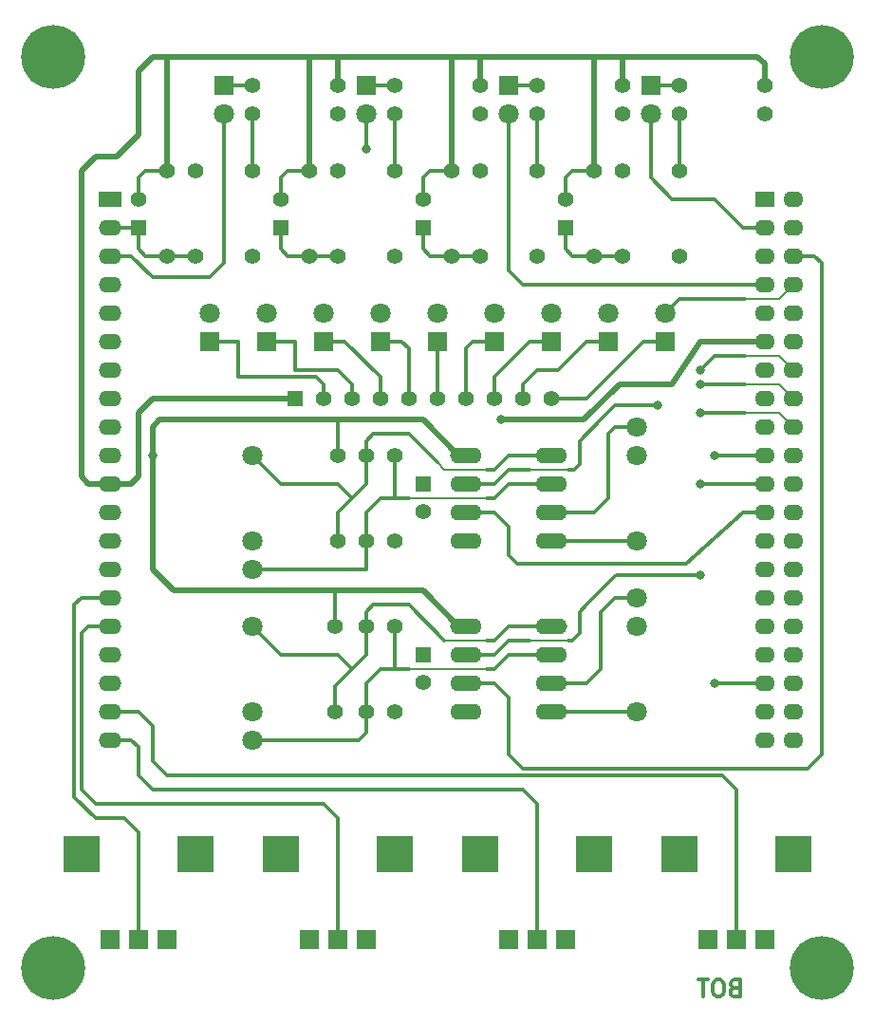
<source format=gbl>
G04 #@! TF.FileFunction,Copper,L2,Bot,Signal*
%FSLAX46Y46*%
G04 Gerber Fmt 4.6, Leading zero omitted, Abs format (unit mm)*
G04 Created by KiCad (PCBNEW 4.0.7) date 05/12/18 22:47:13*
%MOMM*%
%LPD*%
G01*
G04 APERTURE LIST*
%ADD10C,0.100000*%
%ADD11C,0.300000*%
%ADD12R,1.400000X1.400000*%
%ADD13C,1.400000*%
%ADD14R,1.800000X1.800000*%
%ADD15C,1.800000*%
%ADD16O,2.800000X1.400000*%
%ADD17R,1.800000X1.400000*%
%ADD18O,1.800000X1.400000*%
%ADD19R,2.000000X1.400000*%
%ADD20O,2.000000X1.400000*%
%ADD21R,3.200000X3.200000*%
%ADD22C,5.700000*%
%ADD23C,0.800000*%
%ADD24C,0.500000*%
%ADD25C,0.200000*%
G04 APERTURE END LIST*
D10*
D11*
X64623000Y2012143D02*
X64408714Y1940714D01*
X64337286Y1869286D01*
X64265857Y1726429D01*
X64265857Y1512143D01*
X64337286Y1369286D01*
X64408714Y1297857D01*
X64551572Y1226429D01*
X65123000Y1226429D01*
X65123000Y2726429D01*
X64623000Y2726429D01*
X64480143Y2655000D01*
X64408714Y2583571D01*
X64337286Y2440714D01*
X64337286Y2297857D01*
X64408714Y2155000D01*
X64480143Y2083571D01*
X64623000Y2012143D01*
X65123000Y2012143D01*
X63337286Y2726429D02*
X63051572Y2726429D01*
X62908714Y2655000D01*
X62765857Y2512143D01*
X62694429Y2226429D01*
X62694429Y1726429D01*
X62765857Y1440714D01*
X62908714Y1297857D01*
X63051572Y1226429D01*
X63337286Y1226429D01*
X63480143Y1297857D01*
X63623000Y1440714D01*
X63694429Y1726429D01*
X63694429Y2226429D01*
X63623000Y2512143D01*
X63480143Y2655000D01*
X63337286Y2726429D01*
X62265857Y2726429D02*
X61408714Y2726429D01*
X61837285Y1226429D02*
X61837285Y2726429D01*
D12*
X36830000Y31750000D03*
D13*
X36830000Y29250000D03*
D12*
X36830000Y46990000D03*
D13*
X36830000Y44490000D03*
X16510000Y74930000D03*
X21590000Y74930000D03*
X16510000Y67310000D03*
X21590000Y67310000D03*
X29210000Y74930000D03*
X34290000Y74930000D03*
X29210000Y67310000D03*
X34290000Y67310000D03*
X41910000Y74930000D03*
X46990000Y74930000D03*
X41910000Y67310000D03*
X46990000Y67310000D03*
X54610000Y74930000D03*
X59690000Y74930000D03*
X54610000Y67310000D03*
X59690000Y67310000D03*
D14*
X22860000Y59690000D03*
D15*
X22860000Y62230000D03*
D14*
X19050000Y82550000D03*
D15*
X19050000Y80010000D03*
D14*
X31750000Y82550000D03*
D15*
X31750000Y80010000D03*
D14*
X44450000Y82550000D03*
D15*
X44450000Y80010000D03*
D14*
X57150000Y82550000D03*
D15*
X57150000Y80010000D03*
D14*
X17780000Y59690000D03*
D15*
X17780000Y62230000D03*
D14*
X27940000Y59690000D03*
D15*
X27940000Y62230000D03*
D14*
X33020000Y59690000D03*
D15*
X33020000Y62230000D03*
D14*
X38100000Y59690000D03*
D15*
X38100000Y62230000D03*
D14*
X43180000Y59690000D03*
D15*
X43180000Y62230000D03*
D14*
X48260000Y59690000D03*
D15*
X48260000Y62230000D03*
D14*
X53340000Y59690000D03*
D15*
X53340000Y62230000D03*
D14*
X58420000Y59690000D03*
D15*
X58420000Y62230000D03*
D12*
X25400000Y54610000D03*
D13*
X27940000Y54610000D03*
X30480000Y54610000D03*
X33020000Y54610000D03*
X35560000Y54610000D03*
X38100000Y54610000D03*
X40640000Y54610000D03*
X43180000Y54610000D03*
X45720000Y54610000D03*
X48260000Y54610000D03*
D16*
X40640000Y34290000D03*
X40640000Y31750000D03*
X40640000Y29210000D03*
X40640000Y26670000D03*
X48260000Y26670000D03*
X48260000Y29210000D03*
X48260000Y31750000D03*
X48260000Y34290000D03*
X40640000Y49530000D03*
X40640000Y46990000D03*
X40640000Y44450000D03*
X40640000Y41910000D03*
X48260000Y41910000D03*
X48260000Y44450000D03*
X48260000Y46990000D03*
X48260000Y49530000D03*
D12*
X49530000Y69850000D03*
D13*
X49530000Y72350000D03*
D12*
X36830000Y69850000D03*
D13*
X36830000Y72350000D03*
D12*
X24130000Y69850000D03*
D13*
X24130000Y72350000D03*
D12*
X11430000Y69850000D03*
D13*
X11430000Y72350000D03*
X34290000Y34290000D03*
X34290000Y26670000D03*
X31750000Y34290000D03*
X31750000Y26670000D03*
X28956000Y34290000D03*
X28956000Y26670000D03*
X59690000Y82550000D03*
X67310000Y82550000D03*
X46990000Y82550000D03*
X54610000Y82550000D03*
X34290000Y82550000D03*
X41910000Y82550000D03*
X21590000Y82550000D03*
X29210000Y82550000D03*
X34290000Y49530000D03*
X34290000Y41910000D03*
X31750000Y49530000D03*
X31750000Y41910000D03*
X29210000Y49530000D03*
X29210000Y41910000D03*
X52070000Y67310000D03*
X52070000Y74930000D03*
X39370000Y67310000D03*
X39370000Y74930000D03*
X26670000Y67310000D03*
X26670000Y74930000D03*
X13970000Y67310000D03*
X13970000Y74930000D03*
X67310000Y80010000D03*
X59690000Y80010000D03*
X54610000Y80010000D03*
X46990000Y80010000D03*
X41910000Y80010000D03*
X34290000Y80010000D03*
X29210000Y80010000D03*
X21590000Y80010000D03*
D15*
X21590000Y41910000D03*
X21590000Y39370000D03*
X21590000Y49530000D03*
X55880000Y49530000D03*
X55880000Y52070000D03*
X55880000Y41910000D03*
X21590000Y26670000D03*
X21590000Y24130000D03*
X21590000Y34290000D03*
X55880000Y34290000D03*
X55880000Y36830000D03*
X55880000Y26670000D03*
D17*
X67310000Y72390000D03*
D18*
X69850000Y72390000D03*
X67310000Y69850000D03*
X69850000Y69850000D03*
X67310000Y67310000D03*
X69850000Y67310000D03*
X67310000Y64770000D03*
X69850000Y64770000D03*
X67310000Y62230000D03*
X69850000Y62230000D03*
X67310000Y59690000D03*
X69850000Y59690000D03*
X67310000Y57150000D03*
X69850000Y57150000D03*
X67310000Y54610000D03*
X69850000Y54610000D03*
X67310000Y52070000D03*
X69850000Y52070000D03*
X67310000Y49530000D03*
X69850000Y49530000D03*
X67310000Y46990000D03*
X69850000Y46990000D03*
X67310000Y44450000D03*
X69850000Y44450000D03*
X67310000Y41910000D03*
X69850000Y41910000D03*
X67310000Y39370000D03*
X69850000Y39370000D03*
X67310000Y36830000D03*
X69850000Y36830000D03*
X67310000Y34290000D03*
X69850000Y34290000D03*
X67310000Y31750000D03*
X69850000Y31750000D03*
X67310000Y29210000D03*
X69850000Y29210000D03*
X67310000Y26670000D03*
X69850000Y26670000D03*
X67310000Y24130000D03*
X69850000Y24130000D03*
D19*
X8890000Y72390000D03*
D20*
X8890000Y69850000D03*
X8890000Y67310000D03*
X8890000Y64770000D03*
X8890000Y62230000D03*
X8890000Y59690000D03*
X8890000Y57150000D03*
X8890000Y54610000D03*
X8890000Y52070000D03*
X8890000Y49530000D03*
X8890000Y46990000D03*
X8890000Y44450000D03*
X8890000Y41910000D03*
X8890000Y39370000D03*
X8890000Y36830000D03*
X8890000Y34290000D03*
X8890000Y31750000D03*
X8890000Y29210000D03*
X8890000Y26670000D03*
X8890000Y24130000D03*
D14*
X64770000Y6350000D03*
X62230000Y6350000D03*
X67310000Y6350000D03*
D21*
X59690000Y13970000D03*
X69850000Y13970000D03*
D14*
X46990000Y6350000D03*
X44450000Y6350000D03*
X49530000Y6350000D03*
D21*
X41910000Y13970000D03*
X52070000Y13970000D03*
D14*
X29210000Y6350000D03*
X26670000Y6350000D03*
X31750000Y6350000D03*
D21*
X24130000Y13970000D03*
X34290000Y13970000D03*
D14*
X11430000Y6350000D03*
X8890000Y6350000D03*
X13970000Y6350000D03*
D21*
X6350000Y13970000D03*
X16510000Y13970000D03*
D22*
X3810000Y3810000D03*
X72390000Y3810000D03*
X3810000Y85090000D03*
X72390000Y85090000D03*
D23*
X31750000Y76835000D03*
X62865000Y49530000D03*
X61595000Y53340000D03*
X61595000Y55880000D03*
X61595000Y57150000D03*
X12700000Y49530000D03*
X43815000Y52705000D03*
X61595000Y38862000D03*
X61595000Y46990000D03*
X62865000Y29210000D03*
X57785000Y53975000D03*
D11*
X11430000Y69850000D02*
X8890000Y69850000D01*
X11430000Y67945000D02*
X12065000Y67310000D01*
X13970000Y67310000D02*
X12065000Y67310000D01*
X11430000Y67945000D02*
X11430000Y69850000D01*
X16510000Y67310000D02*
X13970000Y67310000D01*
D24*
X11430000Y78105000D02*
X9525000Y76200000D01*
X6985000Y46990000D02*
X6350000Y47625000D01*
X6350000Y74930000D02*
X7620000Y76200000D01*
X6350000Y47625000D02*
X6350000Y74930000D01*
D11*
X50165000Y74930000D02*
X49530000Y74295000D01*
X37465000Y74930000D02*
X36830000Y74295000D01*
X24765000Y74930000D02*
X24130000Y74295000D01*
X12065000Y74930000D02*
X11430000Y74295000D01*
D24*
X9525000Y76200000D02*
X7620000Y76200000D01*
X12700000Y85090000D02*
X11430000Y83820000D01*
X11430000Y83820000D02*
X11430000Y81280000D01*
X12700000Y85090000D02*
X13970000Y85090000D01*
X11430000Y81280000D02*
X11430000Y78105000D01*
X67310000Y84455000D02*
X66675000Y85090000D01*
X10795000Y46990000D02*
X11430000Y47625000D01*
X12700000Y54610000D02*
X11430000Y53340000D01*
X15240000Y54610000D02*
X12700000Y54610000D01*
X11430000Y53340000D02*
X11430000Y47625000D01*
X15240000Y54610000D02*
X25400000Y54610000D01*
X8890000Y46990000D02*
X6985000Y46990000D01*
X8890000Y46990000D02*
X10795000Y46990000D01*
D11*
X52070000Y74930000D02*
X50165000Y74930000D01*
X49530000Y74295000D02*
X49530000Y72350000D01*
X39370000Y74930000D02*
X37465000Y74930000D01*
X36830000Y74295000D02*
X36830000Y72350000D01*
X26670000Y74930000D02*
X24765000Y74930000D01*
X24130000Y74295000D02*
X24130000Y72350000D01*
X13970000Y74930000D02*
X12065000Y74930000D01*
X11430000Y74295000D02*
X11430000Y72350000D01*
D24*
X52070000Y85090000D02*
X52070000Y74930000D01*
X39370000Y85090000D02*
X39370000Y74930000D01*
X26670000Y85090000D02*
X26670000Y74930000D01*
X13970000Y85090000D02*
X13970000Y74930000D01*
X29210000Y85090000D02*
X26670000Y85090000D01*
X26670000Y85090000D02*
X13970000Y85090000D01*
X54610000Y85090000D02*
X66675000Y85090000D01*
X67310000Y84455000D02*
X67310000Y82550000D01*
X41910000Y85090000D02*
X52070000Y85090000D01*
X52070000Y85090000D02*
X54610000Y85090000D01*
X54610000Y85090000D02*
X54610000Y82550000D01*
X29210000Y82550000D02*
X29210000Y85090000D01*
X41910000Y85090000D02*
X41910000Y82550000D01*
X29210000Y85090000D02*
X39370000Y85090000D01*
X39370000Y85090000D02*
X41910000Y85090000D01*
D11*
X24130000Y67945000D02*
X24765000Y67310000D01*
X26670000Y67310000D02*
X24765000Y67310000D01*
X24130000Y67945000D02*
X24130000Y69850000D01*
X29210000Y67310000D02*
X26670000Y67310000D01*
X36830000Y67945000D02*
X37465000Y67310000D01*
X39370000Y67310000D02*
X37465000Y67310000D01*
X36830000Y67945000D02*
X36830000Y69850000D01*
X41910000Y67310000D02*
X39370000Y67310000D01*
X49530000Y67945000D02*
X50165000Y67310000D01*
X52070000Y67310000D02*
X50165000Y67310000D01*
X49530000Y67945000D02*
X49530000Y69850000D01*
X54610000Y67310000D02*
X52070000Y67310000D01*
X21590000Y82550000D02*
X19050000Y82550000D01*
X19050000Y66675000D02*
X17780000Y65405000D01*
X19050000Y80010000D02*
X19050000Y66675000D01*
X10795000Y67310000D02*
X8890000Y67310000D01*
X12700000Y65405000D02*
X10795000Y67310000D01*
X17780000Y65405000D02*
X12700000Y65405000D01*
X34290000Y82550000D02*
X31750000Y82550000D01*
X31750000Y80010000D02*
X31750000Y76835000D01*
X46990000Y82550000D02*
X44450000Y82550000D01*
X45720000Y64770000D02*
X44450000Y66040000D01*
X67310000Y64770000D02*
X45720000Y64770000D01*
X44450000Y66040000D02*
X44450000Y80010000D01*
X66675000Y64770000D02*
X67310000Y64770000D01*
X59690000Y82550000D02*
X57150000Y82550000D01*
X57150000Y74295000D02*
X59055000Y72390000D01*
X62865000Y72390000D02*
X65405000Y69850000D01*
X57150000Y80010000D02*
X57150000Y74295000D01*
X59055000Y72390000D02*
X62865000Y72390000D01*
X65405000Y69850000D02*
X67310000Y69850000D01*
X27940000Y54610000D02*
X27940000Y55880000D01*
X20320000Y59690000D02*
X17780000Y59690000D01*
X27940000Y55880000D02*
X27305000Y56515000D01*
X20320000Y59690000D02*
X20320000Y56515000D01*
X20320000Y56515000D02*
X27305000Y56515000D01*
X22860000Y59690000D02*
X25400000Y59690000D01*
X30480000Y55880000D02*
X30480000Y54610000D01*
X29210000Y57150000D02*
X30480000Y55880000D01*
X25400000Y57150000D02*
X29210000Y57150000D01*
X25400000Y59690000D02*
X25400000Y57150000D01*
X27940000Y59690000D02*
X29845000Y59690000D01*
X33020000Y56515000D02*
X33020000Y54610000D01*
X29845000Y59690000D02*
X33020000Y56515000D01*
X33020000Y59690000D02*
X34925000Y59690000D01*
X35560000Y59055000D02*
X35560000Y54610000D01*
X34925000Y59690000D02*
X35560000Y59055000D01*
X38100000Y59690000D02*
X38100000Y54610000D01*
X62865000Y49530000D02*
X67310000Y49530000D01*
X43180000Y59690000D02*
X41275000Y59690000D01*
X40640000Y59055000D02*
X40640000Y54610000D01*
X41275000Y59690000D02*
X40640000Y59055000D01*
D25*
X68580000Y53340000D02*
X65532000Y53340000D01*
D11*
X65532000Y53340000D02*
X61595000Y53340000D01*
D25*
X69850000Y52070000D02*
X68580000Y53340000D01*
D11*
X48260000Y59690000D02*
X46355000Y59690000D01*
X43180000Y56515000D02*
X43180000Y54610000D01*
X46355000Y59690000D02*
X43180000Y56515000D01*
D25*
X69850000Y54610000D02*
X68580000Y55880000D01*
D11*
X61595000Y55880000D02*
X65532000Y55880000D01*
D25*
X65532000Y55880000D02*
X68580000Y55880000D01*
D11*
X53340000Y59690000D02*
X51435000Y59690000D01*
X45720000Y55880000D02*
X45720000Y54610000D01*
X46990000Y57150000D02*
X45720000Y55880000D01*
X48895000Y57150000D02*
X46990000Y57150000D01*
X51435000Y59690000D02*
X48895000Y57150000D01*
D25*
X68580000Y58420000D02*
X69850000Y57150000D01*
D11*
X62865000Y58420000D02*
X65532000Y58420000D01*
D25*
X65532000Y58420000D02*
X68580000Y58420000D01*
D11*
X61595000Y57150000D02*
X62865000Y58420000D01*
X58420000Y59690000D02*
X56515000Y59690000D01*
X51435000Y54610000D02*
X48260000Y54610000D01*
X56515000Y59690000D02*
X51435000Y54610000D01*
D25*
X68580000Y63500000D02*
X69850000Y64770000D01*
D11*
X59690000Y63500000D02*
X65532000Y63500000D01*
D25*
X65532000Y63500000D02*
X68580000Y63500000D01*
D11*
X58420000Y62230000D02*
X59690000Y63500000D01*
D24*
X14605000Y37465000D02*
X12700000Y39370000D01*
X36195000Y37465000D02*
X36830000Y37465000D01*
X36830000Y37465000D02*
X40005000Y34290000D01*
X40005000Y34290000D02*
X40640000Y34290000D01*
X36195000Y52705000D02*
X36830000Y52705000D01*
X36830000Y52705000D02*
X40005000Y49530000D01*
X40005000Y49530000D02*
X40640000Y49530000D01*
D11*
X28956000Y34290000D02*
X28956000Y37465000D01*
X28956000Y37465000D02*
X29210000Y37465000D01*
X40640000Y34290000D02*
X39370000Y34290000D01*
D24*
X36195000Y37465000D02*
X29210000Y37465000D01*
X29210000Y37465000D02*
X14605000Y37465000D01*
X29210000Y52705000D02*
X36195000Y52705000D01*
D11*
X39370000Y49530000D02*
X40640000Y49530000D01*
D24*
X13335000Y52705000D02*
X12700000Y52070000D01*
X12700000Y52070000D02*
X12700000Y49530000D01*
X13335000Y52705000D02*
X29210000Y52705000D01*
X12700000Y39370000D02*
X12700000Y49530000D01*
D11*
X29210000Y49530000D02*
X29210000Y52705000D01*
D24*
X59055000Y55880000D02*
X61595000Y59690000D01*
X67310000Y59690000D02*
X62230000Y59690000D01*
X61595000Y59690000D02*
X62230000Y59690000D01*
X43815000Y52705000D02*
X50165000Y52705000D01*
X50165000Y52705000D02*
X51181000Y52705000D01*
X54356000Y55880000D02*
X51181000Y52705000D01*
X54610000Y55880000D02*
X54356000Y55880000D01*
X58420000Y55880000D02*
X54610000Y55880000D01*
X59055000Y55880000D02*
X58420000Y55880000D01*
D11*
X49784000Y33020000D02*
X50165000Y33020000D01*
X51435000Y36195000D02*
X50800000Y35560000D01*
X50165000Y33020000D02*
X50800000Y33655000D01*
X51435000Y36195000D02*
X53975000Y38735000D01*
X54102000Y38862000D02*
X53975000Y38735000D01*
X55245000Y38862000D02*
X54102000Y38862000D01*
X50800000Y35560000D02*
X50800000Y33655000D01*
X44450000Y33020000D02*
X46355000Y33020000D01*
X43180000Y31750000D02*
X40640000Y31750000D01*
X43180000Y31750000D02*
X44450000Y33020000D01*
D25*
X46355000Y33020000D02*
X49784000Y33020000D01*
D11*
X54991000Y38862000D02*
X55245000Y38862000D01*
X55245000Y38862000D02*
X61595000Y38862000D01*
X67310000Y46990000D02*
X61595000Y46990000D01*
X50292000Y48260000D02*
X50800000Y48768000D01*
X49784000Y48260000D02*
X50292000Y48260000D01*
X50292000Y48260000D02*
X50165000Y48260000D01*
X62865000Y29210000D02*
X67310000Y29210000D01*
X57785000Y53975000D02*
X56515000Y53975000D01*
X52705000Y52705000D02*
X53975000Y53975000D01*
X50800000Y50800000D02*
X52705000Y52705000D01*
X53975000Y53975000D02*
X56515000Y53975000D01*
X50800000Y50800000D02*
X50800000Y48768000D01*
X44450000Y48260000D02*
X46355000Y48260000D01*
X40640000Y46990000D02*
X43180000Y46990000D01*
X43180000Y46990000D02*
X44450000Y48260000D01*
D25*
X46355000Y48260000D02*
X49784000Y48260000D01*
X49784000Y48260000D02*
X50165000Y48260000D01*
D11*
X34290000Y45720000D02*
X34925000Y45720000D01*
X34925000Y45720000D02*
X35560000Y45720000D01*
D25*
X35560000Y45720000D02*
X42545000Y45720000D01*
D11*
X42545000Y45720000D02*
X43180000Y45720000D01*
X43180000Y45720000D02*
X44450000Y46990000D01*
X44450000Y46990000D02*
X48260000Y46990000D01*
X34290000Y49530000D02*
X34290000Y45720000D01*
X31750000Y44450000D02*
X31750000Y41910000D01*
X33020000Y45720000D02*
X31750000Y44450000D01*
X34290000Y45720000D02*
X33020000Y45720000D01*
X21590000Y39370000D02*
X31750000Y39370000D01*
X31750000Y39370000D02*
X31750000Y41910000D01*
X31750000Y50800000D02*
X32385000Y51435000D01*
X29210000Y46990000D02*
X30480000Y45720000D01*
X31750000Y49530000D02*
X31750000Y50800000D01*
X35560000Y51435000D02*
X38100000Y48895000D01*
D25*
X38100000Y48895000D02*
X38735000Y48260000D01*
D11*
X32385000Y51435000D02*
X35560000Y51435000D01*
X31750000Y49530000D02*
X31750000Y50165000D01*
X44450000Y49530000D02*
X48260000Y49530000D01*
D25*
X38735000Y48260000D02*
X42545000Y48260000D01*
D11*
X42545000Y48260000D02*
X43180000Y48260000D01*
X43180000Y48260000D02*
X44450000Y49530000D01*
X21590000Y49530000D02*
X24130000Y46990000D01*
X24130000Y46990000D02*
X29210000Y46990000D01*
X29210000Y41910000D02*
X29210000Y44450000D01*
X29210000Y44450000D02*
X30480000Y45720000D01*
X31750000Y46990000D02*
X31750000Y49530000D01*
X30480000Y45720000D02*
X31750000Y46990000D01*
X53340000Y49530000D02*
X53340000Y51435000D01*
X53975000Y52070000D02*
X55880000Y52070000D01*
X53340000Y51435000D02*
X53975000Y52070000D01*
X50800000Y44450000D02*
X52070000Y44450000D01*
X53340000Y45720000D02*
X53340000Y49530000D01*
X50800000Y44450000D02*
X48260000Y44450000D01*
X52070000Y44450000D02*
X53340000Y45720000D01*
X48260000Y41910000D02*
X55880000Y41910000D01*
X31750000Y24765000D02*
X31115000Y24130000D01*
X34290000Y30480000D02*
X35560000Y30480000D01*
D25*
X35560000Y30480000D02*
X42545000Y30480000D01*
D11*
X42545000Y30480000D02*
X43180000Y30480000D01*
X43180000Y30480000D02*
X44450000Y31750000D01*
X44450000Y31750000D02*
X48260000Y31750000D01*
X34290000Y34290000D02*
X34290000Y30480000D01*
X31750000Y29210000D02*
X31750000Y26670000D01*
X33020000Y30480000D02*
X31750000Y29210000D01*
X34290000Y30480000D02*
X33020000Y30480000D01*
X21590000Y24130000D02*
X31115000Y24130000D01*
X31750000Y24765000D02*
X31750000Y26670000D01*
X31750000Y35560000D02*
X32385000Y36195000D01*
X32385000Y36195000D02*
X35560000Y36195000D01*
X29210000Y31750000D02*
X30480000Y30480000D01*
X49530000Y34290000D02*
X49530000Y34290000D01*
X31750000Y34290000D02*
X31750000Y34925000D01*
X31750000Y34925000D02*
X31750000Y35560000D01*
X44450000Y34290000D02*
X48260000Y34290000D01*
X43180000Y33020000D02*
X44450000Y34290000D01*
D25*
X38735000Y33020000D02*
X42545000Y33020000D01*
D11*
X42545000Y33020000D02*
X43180000Y33020000D01*
X35560000Y36195000D02*
X38735000Y33020000D01*
X21590000Y34290000D02*
X24130000Y31750000D01*
X24130000Y31750000D02*
X29210000Y31750000D01*
X28956000Y26670000D02*
X28956000Y28956000D01*
X28956000Y28956000D02*
X30480000Y30480000D01*
X31750000Y31750000D02*
X31750000Y34290000D01*
X30480000Y30480000D02*
X31750000Y31750000D01*
X53975000Y36830000D02*
X52705000Y35560000D01*
X55880000Y36830000D02*
X53975000Y36830000D01*
X51435000Y29210000D02*
X48260000Y29210000D01*
X52705000Y30480000D02*
X51435000Y29210000D01*
X52705000Y35560000D02*
X52705000Y30480000D01*
X48369979Y29319979D02*
X48260000Y29210000D01*
X48260000Y26670000D02*
X55880000Y26670000D01*
X5715000Y19050000D02*
X5715000Y36195000D01*
X7620000Y17145000D02*
X5715000Y19050000D01*
X6350000Y36830000D02*
X5715000Y36195000D01*
X6350000Y36830000D02*
X8890000Y36830000D01*
X10160000Y17145000D02*
X11430000Y15875000D01*
X10160000Y17145000D02*
X7620000Y17145000D01*
X11430000Y6350000D02*
X11430000Y15875000D01*
X7620000Y18415000D02*
X6350000Y19685000D01*
X6350000Y19685000D02*
X6350000Y33655000D01*
X6985000Y34290000D02*
X6350000Y33655000D01*
X6985000Y34290000D02*
X8890000Y34290000D01*
X29210000Y6350000D02*
X29210000Y17145000D01*
X27940000Y18415000D02*
X7620000Y18415000D01*
X27940000Y18415000D02*
X29210000Y17145000D01*
X63500000Y20955000D02*
X64770000Y19685000D01*
X11430000Y26670000D02*
X12700000Y25400000D01*
X12700000Y22225000D02*
X13970000Y20955000D01*
X12700000Y22225000D02*
X12700000Y25400000D01*
X63500000Y20955000D02*
X13970000Y20955000D01*
X64770000Y6350000D02*
X64770000Y19685000D01*
X11430000Y26670000D02*
X8890000Y26670000D01*
X10795000Y24130000D02*
X11430000Y23495000D01*
X11430000Y20955000D02*
X12700000Y19685000D01*
X11430000Y20955000D02*
X11430000Y23495000D01*
X46990000Y6350000D02*
X46990000Y18415000D01*
X45720000Y19685000D02*
X12700000Y19685000D01*
X45720000Y19685000D02*
X46990000Y18415000D01*
X10795000Y24130000D02*
X8890000Y24130000D01*
X71755000Y67310000D02*
X72390000Y66675000D01*
X72390000Y22860000D02*
X71120000Y21590000D01*
X72390000Y27940000D02*
X72390000Y66675000D01*
X43180000Y29210000D02*
X40640000Y29210000D01*
X43180000Y29210000D02*
X44450000Y27940000D01*
X71120000Y21590000D02*
X45720000Y21590000D01*
X45720000Y21590000D02*
X44450000Y22860000D01*
X44450000Y22860000D02*
X44450000Y27940000D01*
X72390000Y27940000D02*
X72390000Y22860000D01*
X71755000Y67310000D02*
X69850000Y67310000D01*
X45720000Y39878000D02*
X45212000Y39878000D01*
X45212000Y39878000D02*
X44450000Y40640000D01*
X44450000Y43180000D02*
X44450000Y40640000D01*
X43180000Y44450000D02*
X44450000Y43180000D01*
X40640000Y44450000D02*
X43180000Y44450000D01*
X60325000Y39878000D02*
X65405000Y44450000D01*
X45720000Y39878000D02*
X60325000Y39878000D01*
X65405000Y44450000D02*
X67310000Y44450000D01*
X21590000Y80010000D02*
X21590000Y74930000D01*
X34290000Y80010000D02*
X34290000Y74930000D01*
X46990000Y80010000D02*
X46990000Y74930000D01*
X59690000Y80010000D02*
X59690000Y74930000D01*
M02*

</source>
